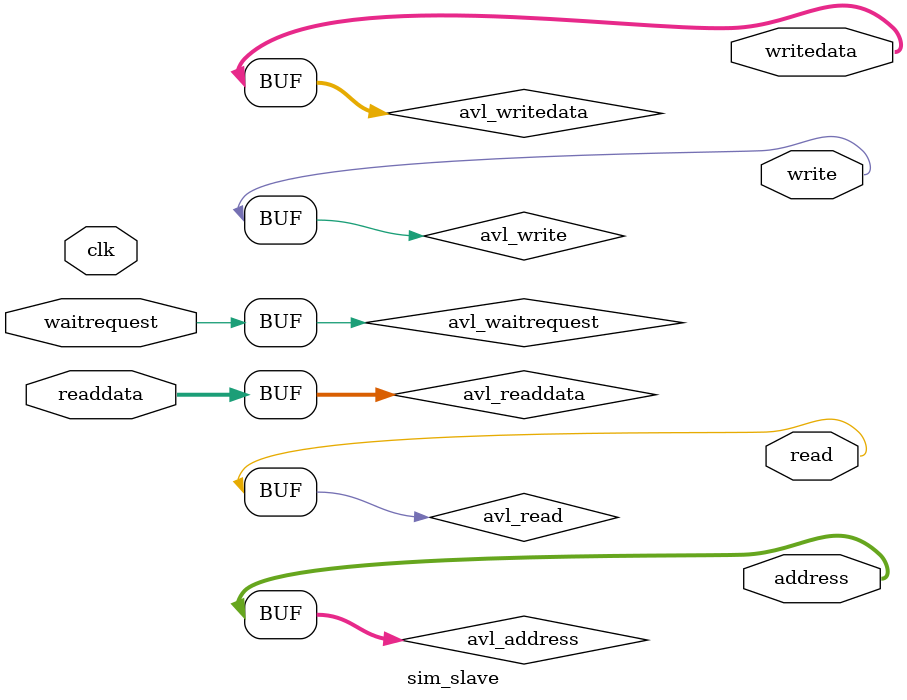
<source format=sv>
module sim_slave
(
	input  logic       clk,

	input  logic       waitrequest,
	input  logic[31:0] readdata,
	output logic[31:0] address,
	                   writedata,
	output logic       read,
	                   write
);

	logic[31:0] avl_address /*verilator public_flat_rw @(negedge clk)*/;
	logic       avl_read /*verilator public_flat_rw @(negedge clk)*/;
	logic       avl_write /*verilator public_flat_rw @(negedge clk)*/;
	logic[31:0] avl_readdata /*verilator public*/;
	logic[31:0] avl_writedata /*verilator public_flat_rw @(negedge clk)*/;
	logic       avl_waitrequest /*verilator public*/;

	assign read = avl_read;
	assign write = avl_write;
	assign address = avl_address;
	assign writedata = avl_writedata;

	assign avl_readdata = readdata;
	assign avl_waitrequest = waitrequest;

endmodule

</source>
